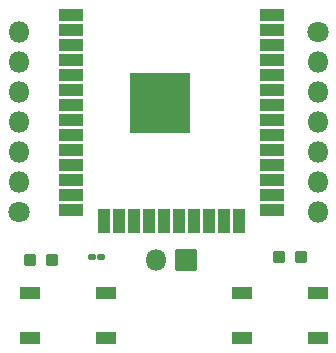
<source format=gbr>
%TF.GenerationSoftware,KiCad,Pcbnew,(6.0.1)*%
%TF.CreationDate,2022-12-10T14:53:13+08:00*%
%TF.ProjectId,ESP32_Adapter 2,45535033-325f-4416-9461-707465722032,rev?*%
%TF.SameCoordinates,Original*%
%TF.FileFunction,Soldermask,Top*%
%TF.FilePolarity,Negative*%
%FSLAX46Y46*%
G04 Gerber Fmt 4.6, Leading zero omitted, Abs format (unit mm)*
G04 Created by KiCad (PCBNEW (6.0.1)) date 2022-12-10 14:53:13*
%MOMM*%
%LPD*%
G01*
G04 APERTURE LIST*
G04 Aperture macros list*
%AMRoundRect*
0 Rectangle with rounded corners*
0 $1 Rounding radius*
0 $2 $3 $4 $5 $6 $7 $8 $9 X,Y pos of 4 corners*
0 Add a 4 corners polygon primitive as box body*
4,1,4,$2,$3,$4,$5,$6,$7,$8,$9,$2,$3,0*
0 Add four circle primitives for the rounded corners*
1,1,$1+$1,$2,$3*
1,1,$1+$1,$4,$5*
1,1,$1+$1,$6,$7*
1,1,$1+$1,$8,$9*
0 Add four rect primitives between the rounded corners*
20,1,$1+$1,$2,$3,$4,$5,0*
20,1,$1+$1,$4,$5,$6,$7,0*
20,1,$1+$1,$6,$7,$8,$9,0*
20,1,$1+$1,$8,$9,$2,$3,0*%
G04 Aperture macros list end*
%ADD10RoundRect,0.287500X-0.250000X-0.237500X0.250000X-0.237500X0.250000X0.237500X-0.250000X0.237500X0*%
%ADD11RoundRect,0.050000X-1.000000X-0.450000X1.000000X-0.450000X1.000000X0.450000X-1.000000X0.450000X0*%
%ADD12RoundRect,0.050000X0.450000X-1.000000X0.450000X1.000000X-0.450000X1.000000X-0.450000X-1.000000X0*%
%ADD13RoundRect,0.050000X-2.500000X-2.500000X2.500000X-2.500000X2.500000X2.500000X-2.500000X2.500000X0*%
%ADD14RoundRect,0.050000X0.800000X-0.500000X0.800000X0.500000X-0.800000X0.500000X-0.800000X-0.500000X0*%
%ADD15C,1.800000*%
%ADD16O,1.800000X1.800000*%
%ADD17RoundRect,0.050000X-0.850000X0.850000X-0.850000X-0.850000X0.850000X-0.850000X0.850000X0.850000X0*%
%ADD18RoundRect,0.150000X-0.217500X-0.100000X0.217500X-0.100000X0.217500X0.100000X-0.217500X0.100000X0*%
G04 APERTURE END LIST*
D10*
%TO.C,R2*%
X62009500Y-62462500D03*
X63834500Y-62462500D03*
%TD*%
D11*
%TO.C,ESP32*%
X65494500Y-41677500D03*
X65494500Y-42947500D03*
X65494500Y-44217500D03*
X65494500Y-45487500D03*
X65494500Y-46757500D03*
X65494500Y-48027500D03*
X65494500Y-49297500D03*
X65494500Y-50567500D03*
X65494500Y-51837500D03*
X65494500Y-53107500D03*
X65494500Y-54377500D03*
X65494500Y-55647500D03*
X65494500Y-56917500D03*
X65494500Y-58187500D03*
D12*
X68279500Y-59187500D03*
X69549500Y-59187500D03*
X70819500Y-59187500D03*
X72089500Y-59187500D03*
X73359500Y-59187500D03*
X74629500Y-59187500D03*
X75899500Y-59187500D03*
X77169500Y-59187500D03*
X78439500Y-59187500D03*
X79709500Y-59187500D03*
D11*
X82494500Y-58187500D03*
X82494500Y-56917500D03*
X82494500Y-55647500D03*
X82494500Y-54377500D03*
X82494500Y-53107500D03*
X82494500Y-51837500D03*
X82494500Y-50567500D03*
X82494500Y-49297500D03*
X82494500Y-48027500D03*
X82494500Y-46757500D03*
X82494500Y-45487500D03*
X82494500Y-44217500D03*
X82494500Y-42947500D03*
X82494500Y-41677500D03*
D13*
X72994500Y-49177500D03*
%TD*%
D10*
%TO.C,R1*%
X83091500Y-62208500D03*
X84916500Y-62208500D03*
%TD*%
D14*
%TO.C,SW2*%
X62006500Y-65256500D03*
X68406500Y-65256500D03*
X62006500Y-69056500D03*
X68406500Y-69056500D03*
%TD*%
D15*
%TO.C,MNT2*%
X86360000Y-43180000D03*
D16*
X86360000Y-45720000D03*
X86360000Y-48260000D03*
X86360000Y-50800000D03*
X86360000Y-53340000D03*
X86360000Y-55880000D03*
X86360000Y-58420000D03*
%TD*%
D14*
%TO.C,SW1*%
X79960000Y-65266500D03*
X86360000Y-65266500D03*
X79960000Y-69066500D03*
X86360000Y-69066500D03*
%TD*%
D17*
%TO.C,J1*%
X75184000Y-62462500D03*
D16*
X72644000Y-62462500D03*
%TD*%
D18*
%TO.C,C1*%
X67237000Y-62208500D03*
X68052000Y-62208500D03*
%TD*%
D15*
%TO.C,MNT1*%
X61040500Y-58400000D03*
D16*
X61040500Y-55860000D03*
X61040500Y-53320000D03*
X61040500Y-50780000D03*
X61040500Y-48240000D03*
X61040500Y-45700000D03*
X61040500Y-43160000D03*
%TD*%
M02*

</source>
